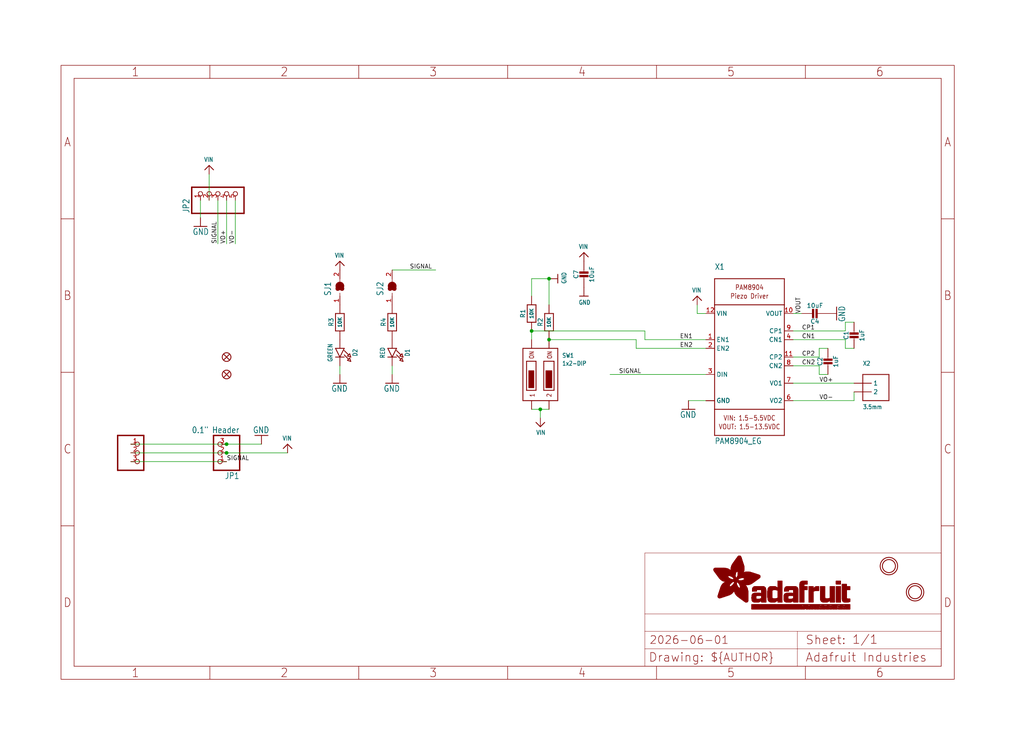
<source format=kicad_sch>
(kicad_sch (version 20230121) (generator eeschema)
  (paper "User" 298.45 217.322)
  (lib_symbols
    (symbol "working-eagle-import:CAP_CERAMIC0603_NO"
      (property "Reference" "C" (at -2.29 1.25 90))
      (symbol "CAP_CERAMIC0603_NO_1_0"
        (pin passive line (at 0 5.08 270) (length 2.54) (name "1") (number "1"))
        (pin passive line (at 0 -2.54 90) (length 2.54) (name "2") (number "2"))
      )
    )
    (symbol "working-eagle-import:CAP_CERAMIC0805-NOOUTLINE"
      (property "Reference" "C" (at -2.29 1.25 90))
      (symbol "CAP_CERAMIC0805-NOOUTLINE_1_0"
        (pin passive line (at 0 5.08 270) (length 2.54) (name "1") (number "1"))
        (pin passive line (at 0 -2.54 90) (length 2.54) (name "2") (number "2"))
      )
    )
    (symbol "working-eagle-import:CON_JST_PH_3PIN"
      (symbol "CON_JST_PH_3PIN_1_0"
        (pin passive inverted (at -2.54 2.54 0) (length 2.54) (name "1") (number "1"))
        (pin passive inverted (at -2.54 0 0) (length 2.54) (name "2") (number "2"))
        (pin passive inverted (at -2.54 -2.54 0) (length 2.54) (name "3") (number "3"))
      )
      (symbol "CON_JST_PH_3PIN_2_0"
        (pin bidirectional line (at 0 0 0) (length 5.08) (name "MT") (number "NC1"))
      )
      (symbol "CON_JST_PH_3PIN_3_0"
        (pin bidirectional line (at 0 0 0) (length 5.08) (name "MT") (number "NC2"))
      )
    )
    (symbol "working-eagle-import:DIPSWITCH_2PIN"
      (property "Reference" "SW" (at 6.35 4.826 0))
      (symbol "DIPSWITCH_2PIN_1_0"
        (text "1" (at -3.08 -5.434 900) (effects (font (size 1.27 1.0795)) (justify right top)))
        (text "2" (at 1.83 -5.434 900) (effects (font (size 1.27 1.0795)) (justify right top)))
        (text "ON" (at -3.25 6.934 900) (effects (font (size 1.27 1.0795)) (justify right top)))
        (text "ON" (at 2 6.934 900) (effects (font (size 1.27 1.0795)) (justify right top)))
        (pin bidirectional line (at -2.54 -10.16 90) (length 2.54) (name "1OFF") (number "1OFF"))
        (pin bidirectional line (at -2.54 10.16 270) (length 2.54) (name "1ON") (number "1ON"))
        (pin bidirectional line (at 2.54 -10.16 90) (length 2.54) (name "2OFF") (number "2OFF"))
        (pin bidirectional line (at 2.54 10.16 270) (length 2.54) (name "2ON") (number "2ON"))
      )
    )
    (symbol "working-eagle-import:FIDUCIAL_1MM")
    (symbol "working-eagle-import:FRAME_A4_ADAFRUIT"
      (symbol "FRAME_A4_ADAFRUIT_1_0"
        (text "${#}/${##}" (at 230.505 10.16 0) (effects (font (size 2.54 2.54)) (justify left bottom)))
        (text "${AUTHOR}" (at 189.23 5.08 0) (effects (font (size 2.286 2.286)) (justify left bottom)))
        (text "${CURRENT_DATE}" (at 171.45 10.16 0) (effects (font (size 2.286 2.286)) (justify left bottom)))
        (text "${PROJECTNAME}" (at 171.45 15.24 0) (effects (font (size 2.54 2.54)) (justify left bottom)))
        (text "1" (at 21.6958 1.905 0) (effects (font (size 2.54 2.286))))
        (text "1" (at 21.6958 177.165 0) (effects (font (size 2.54 2.286))))
        (text "2" (at 65.0875 1.905 0) (effects (font (size 2.54 2.286))))
        (text "2" (at 65.0875 177.165 0) (effects (font (size 2.54 2.286))))
        (text "3" (at 108.4792 1.905 0) (effects (font (size 2.54 2.286))))
        (text "3" (at 108.4792 177.165 0) (effects (font (size 2.54 2.286))))
        (text "4" (at 151.8708 1.905 0) (effects (font (size 2.54 2.286))))
        (text "4" (at 151.8708 177.165 0) (effects (font (size 2.54 2.286))))
        (text "5" (at 195.2625 1.905 0) (effects (font (size 2.54 2.286))))
        (text "5" (at 195.2625 177.165 0) (effects (font (size 2.54 2.286))))
        (text "6" (at 238.6542 1.905 0) (effects (font (size 2.54 2.286))))
        (text "6" (at 238.6542 177.165 0) (effects (font (size 2.54 2.286))))
        (text "A" (at 1.905 156.6863 0) (effects (font (size 2.54 2.286))))
        (text "A" (at 258.445 156.6863 0) (effects (font (size 2.54 2.286))))
        (text "Adafruit Industries" (at 216.916 4.953 0) (effects (font (size 2.54 2.54)) (justify left bottom)))
        (text "B" (at 1.905 111.9188 0) (effects (font (size 2.54 2.286))))
        (text "B" (at 258.445 111.9188 0) (effects (font (size 2.54 2.286))))
        (text "C" (at 1.905 67.1513 0) (effects (font (size 2.54 2.286))))
        (text "C" (at 258.445 67.1513 0) (effects (font (size 2.54 2.286))))
        (text "D" (at 1.905 22.3838 0) (effects (font (size 2.54 2.286))))
        (text "D" (at 258.445 22.3838 0) (effects (font (size 2.54 2.286))))
        (text "Drawing:" (at 171.196 4.953 0) (effects (font (size 2.54 2.54)) (justify left bottom)))
        (text "Sheet:" (at 216.916 10.033 0) (effects (font (size 2.54 2.54)) (justify left bottom)))
      )
    )
    (symbol "working-eagle-import:GND" (power)
      (property "Value" "GND" (at -2.54 -2.54 0))
      (symbol "GND_1_0"
        (pin power_in line (at 0 2.54 270) (length 2.54) (name "GND") (number "1"))
      )
    )
    (symbol "working-eagle-import:HEADER-1X3"
      (property "Reference" "JP" (at -6.35 5.715 0))
      (symbol "HEADER-1X3_1_0"
        (pin passive inverted (at -2.54 2.54 0) (length 2.54) (name "1") (number "1"))
        (pin passive inverted (at -2.54 0 0) (length 2.54) (name "2") (number "2"))
        (pin passive inverted (at -2.54 -2.54 0) (length 2.54) (name "3") (number "3"))
      )
    )
    (symbol "working-eagle-import:HEADER-1X570MIL"
      (property "Reference" "JP" (at -6.35 8.255 0))
      (symbol "HEADER-1X570MIL_1_0"
        (pin passive inverted (at -2.54 5.08 0) (length 2.54) (name "1") (number "1"))
        (pin passive inverted (at -2.54 2.54 0) (length 2.54) (name "2") (number "2"))
        (pin passive inverted (at -2.54 0 0) (length 2.54) (name "3") (number "3"))
        (pin passive inverted (at -2.54 -2.54 0) (length 2.54) (name "4") (number "4"))
        (pin passive inverted (at -2.54 -5.08 0) (length 2.54) (name "5") (number "5"))
      )
    )
    (symbol "working-eagle-import:LED0603_NOOUTLINE"
      (property "Reference" "D" (at -1.27 4.445 0))
      (symbol "LED0603_NOOUTLINE_1_0"
        (pin passive line (at -5.08 0 0) (length 2.54) (name "A") (number "A"))
        (pin passive line (at 2.54 0 180) (length 2.54) (name "C") (number "C"))
      )
    )
    (symbol "working-eagle-import:MOUNTINGHOLE2.5")
    (symbol "working-eagle-import:PAM8904_EG"
      (property "Reference" "X" (at -10.16 27.94 0))
      (symbol "PAM8904_EG_1_0"
        (text "PAM8904" (at 0 22.86 0) (effects (font (size 1.4224 1.209))))
        (text "Piezo Driver" (at 0 20.32 0) (effects (font (size 1.4224 1.209))))
        (text "VIN: 1.5-5.5VDC" (at 0 -15.24 0) (effects (font (size 1.4224 1.209))))
        (text "VOUT: 1.5-13.5VDC" (at 0 -17.78 0) (effects (font (size 1.4224 1.209))))
        (pin input line (at -12.7 7.62 0) (length 2.54) (name "EN1") (number "1"))
        (pin output line (at 12.7 15.24 180) (length 2.54) (name "VOUT") (number "10"))
        (pin output line (at 12.7 2.54 180) (length 2.54) (name "CP2") (number "11"))
        (pin power_in line (at -12.7 15.24 0) (length 2.54) (name "VIN") (number "12"))
        (pin input line (at -12.7 5.08 0) (length 2.54) (name "EN2") (number "2"))
        (pin input line (at -12.7 -2.54 0) (length 2.54) (name "DIN") (number "3"))
        (pin output line (at 12.7 7.62 180) (length 2.54) (name "CN1") (number "4"))
        (pin power_in line (at -12.7 -10.16 0) (length 2.54) (name "GND") (number "5"))
        (pin output line (at 12.7 -10.16 180) (length 2.54) (name "VO2") (number "6"))
        (pin output line (at 12.7 -5.08 180) (length 2.54) (name "VO1") (number "7"))
        (pin output line (at 12.7 0 180) (length 2.54) (name "CN2") (number "8"))
        (pin output line (at 12.7 10.16 180) (length 2.54) (name "CP1") (number "9"))
        (pin power_in line (at -12.7 -10.16 0) (length 2.54) (name "GND") (number "MT"))
      )
    )
    (symbol "working-eagle-import:RESISTOR_0603_NOOUT"
      (property "Reference" "R" (at 0 2.54 0))
      (symbol "RESISTOR_0603_NOOUT_1_0"
        (pin passive line (at -5.08 0 0) (length 2.54) (name "1") (number "1"))
        (pin passive line (at 5.08 0 180) (length 2.54) (name "2") (number "2"))
      )
    )
    (symbol "working-eagle-import:SOLDERJUMPER_CLOSED"
      (property "Reference" "SJ" (at -2.54 2.54 0))
      (symbol "SOLDERJUMPER_CLOSED_1_0"
        (pin passive line (at -5.08 0 0) (length 2.54) (name "1") (number "1"))
        (pin passive line (at 5.08 0 180) (length 2.54) (name "2") (number "2"))
      )
    )
    (symbol "working-eagle-import:TERMBLOCK_1X2_3.5MM"
      (property "Reference" "X" (at -2.54 7.62 0))
      (symbol "TERMBLOCK_1X2_3.5MM_1_0"
        (pin passive line (at -5.08 2.54 0) (length 5.08) (name "1") (number "1"))
        (pin passive line (at -5.08 0 0) (length 5.08) (name "2") (number "2"))
      )
    )
    (symbol "working-eagle-import:VIN" (power)
      (property "Value" "VIN" (at -1.524 1.016 0))
      (symbol "VIN_1_0"
        (pin power_in line (at 0 -2.54 90) (length 2.54) (name "VIN") (number "1"))
      )
    )
    (symbol "working-eagle-import:microbuilder_GND" (power)
      (property "Value" "microbuilder_GND" (at -1.524 -2.54 0))
      (symbol "microbuilder_GND_1_0"
        (pin power_in line (at 0 2.54 270) (length 2.54) (name "GND") (number "1"))
      )
    )
  )
  (junction (at 157.48 119.38))
  (junction (at 160.02 81.28))
  (junction (at 160.02 99.06))
  (junction (at 154.94 96.52))
  (junction (at 66.04 129.54))
  (junction (at 66.04 132.08))
  (wire (pts (xy 203.2 91.44) (xy 203.2 88.9)) (stroke (width 0.1524)))
  (wire (pts (xy 38.1 129.54) (xy 66.04 129.54)) (stroke (width 0.1524)))
  (wire (pts (xy 154.94 86.36) (xy 154.94 81.28)) (stroke (width 0.1524)))
  (wire (pts (xy 157.48 119.38) (xy 160.02 119.38)) (stroke (width 0.1524)))
  (wire (pts (xy 246.38 99.06) (xy 246.38 101.6)) (stroke (width 0.1524)))
  (wire (pts (xy 241.3 101.6) (xy 238.76 101.6)) (stroke (width 0.1524)))
  (wire (pts (xy 187.96 96.52) (xy 187.96 99.06)) (stroke (width 0.1524)))
  (wire (pts (xy 205.74 116.84) (xy 200.66 116.84)) (stroke (width 0.1524)))
  (wire (pts (xy 68.58 58.42) (xy 68.58 71.12)) (stroke (width 0.1524)))
  (wire (pts (xy 205.74 91.44) (xy 203.2 91.44)) (stroke (width 0.1524)))
  (wire (pts (xy 154.94 81.28) (xy 160.02 81.28)) (stroke (width 0.1524)))
  (wire (pts (xy 238.76 106.68) (xy 238.76 109.22)) (stroke (width 0.1524)))
  (wire (pts (xy 99.06 109.22) (xy 99.06 106.68)) (stroke (width 0.1524)))
  (wire (pts (xy 154.94 96.52) (xy 187.96 96.52)) (stroke (width 0.1524)))
  (wire (pts (xy 38.1 134.62) (xy 66.04 134.62)) (stroke (width 0.1524)))
  (wire (pts (xy 205.74 101.6) (xy 185.42 101.6)) (stroke (width 0.1524)))
  (wire (pts (xy 231.14 111.76) (xy 248.92 111.76)) (stroke (width 0.1524)))
  (wire (pts (xy 231.14 116.84) (xy 248.92 116.84)) (stroke (width 0.1524)))
  (wire (pts (xy 114.3 109.22) (xy 114.3 106.68)) (stroke (width 0.1524)))
  (wire (pts (xy 58.42 63.5) (xy 58.42 58.42)) (stroke (width 0.1524)))
  (wire (pts (xy 60.96 58.42) (xy 60.96 50.8)) (stroke (width 0.1524)))
  (wire (pts (xy 238.76 104.14) (xy 231.14 104.14)) (stroke (width 0.1524)))
  (wire (pts (xy 63.5 58.42) (xy 63.5 71.12)) (stroke (width 0.1524)))
  (wire (pts (xy 205.74 109.22) (xy 177.8 109.22)) (stroke (width 0.1524)))
  (wire (pts (xy 160.02 81.28) (xy 160.02 88.9)) (stroke (width 0.1524)))
  (wire (pts (xy 83.82 132.08) (xy 66.04 132.08)) (stroke (width 0.1524)))
  (wire (pts (xy 157.48 119.38) (xy 157.48 121.92)) (stroke (width 0.1524)))
  (wire (pts (xy 154.94 119.38) (xy 157.48 119.38)) (stroke (width 0.1524)))
  (wire (pts (xy 66.04 132.08) (xy 38.1 132.08)) (stroke (width 0.1524)))
  (wire (pts (xy 185.42 101.6) (xy 185.42 99.06)) (stroke (width 0.1524)))
  (wire (pts (xy 231.14 96.52) (xy 246.38 96.52)) (stroke (width 0.1524)))
  (wire (pts (xy 238.76 109.22) (xy 241.3 109.22)) (stroke (width 0.1524)))
  (wire (pts (xy 185.42 99.06) (xy 160.02 99.06)) (stroke (width 0.1524)))
  (wire (pts (xy 231.14 99.06) (xy 246.38 99.06)) (stroke (width 0.1524)))
  (wire (pts (xy 154.94 99.06) (xy 154.94 96.52)) (stroke (width 0.1524)))
  (wire (pts (xy 246.38 93.98) (xy 248.92 93.98)) (stroke (width 0.1524)))
  (wire (pts (xy 66.04 58.42) (xy 66.04 71.12)) (stroke (width 0.1524)))
  (wire (pts (xy 246.38 96.52) (xy 246.38 93.98)) (stroke (width 0.1524)))
  (wire (pts (xy 76.2 129.54) (xy 66.04 129.54)) (stroke (width 0.1524)))
  (wire (pts (xy 238.76 101.6) (xy 238.76 104.14)) (stroke (width 0.1524)))
  (wire (pts (xy 248.92 116.84) (xy 248.92 114.3)) (stroke (width 0.1524)))
  (wire (pts (xy 187.96 99.06) (xy 205.74 99.06)) (stroke (width 0.1524)))
  (wire (pts (xy 246.38 101.6) (xy 248.92 101.6)) (stroke (width 0.1524)))
  (wire (pts (xy 233.68 91.44) (xy 231.14 91.44)) (stroke (width 0.1524)))
  (wire (pts (xy 231.14 106.68) (xy 238.76 106.68)) (stroke (width 0.1524)))
  (wire (pts (xy 114.3 78.74) (xy 127 78.74)) (stroke (width 0.1524)))
  (label "EN2" (at 198.12 101.6 0) (effects (font (size 1.2446 1.2446))))
  (label "CP2" (at 233.68 104.14 0) (effects (font (size 1.2446 1.2446))))
  (label "VO-" (at 238.76 116.84 0) (effects (font (size 1.2446 1.2446))))
  (label "CN2" (at 233.68 106.68 0) (effects (font (size 1.2446 1.2446))))
  (label "CN1" (at 233.68 99.06 0) (effects (font (size 1.2446 1.2446))))
  (label "SIGNAL" (at 63.5 71.12 90) (effects (font (size 1.2446 1.2446))))
  (label "SIGNAL" (at 66.04 134.62 0) (effects (font (size 1.2446 1.2446))))
  (label "VO+" (at 238.76 111.76 0) (effects (font (size 1.2446 1.2446))))
  (label "VO+" (at 66.04 71.12 90) (effects (font (size 1.2446 1.2446))))
  (label "EN1" (at 198.12 99.06 0) (effects (font (size 1.2446 1.2446))))
  (label "VO-" (at 68.58 71.12 90) (effects (font (size 1.2446 1.2446))))
  (label "CP1" (at 233.68 96.52 0) (effects (font (size 1.2446 1.2446))))
  (label "SIGNAL" (at 119.38 78.74 0) (effects (font (size 1.2446 1.2446))))
  (label "SIGNAL" (at 180.34 109.22 0) (effects (font (size 1.2446 1.2446))))
  (label "VOUT" (at 233.68 91.44 90) (effects (font (size 1.2446 1.2446))))
  (symbol (lib_id "working-eagle-import:SOLDERJUMPER_CLOSED") (at 99.06 83.82 90) (unit 1)
    (property "Reference" "SJ1" (at 96.52 86.36 0) (effects (font (size 1.778 1.5113)) (justify left bottom)))
    (property "Value" "SOLDERJUMPER_CLOSED" (effects hide))
    (property "Footprint" "working:SOLDERJUMPER_CLOSEDWIRE" (effects hide))
  )
  (symbol (lib_id "working-eagle-import:VIN") (at 83.82 129.54 0) (unit 1)
    (property "Reference" "#U$6" (effects hide))
    (property "Value" "VIN" (at 82.296 128.524 0) (effects (font (size 1.27 1.0795)) (justify left bottom)))
  )
  (symbol (lib_id "working-eagle-import:DIPSWITCH_2PIN") (at 157.48 109.22 0) (unit 1)
    (property "Reference" "SW1" (at 163.83 104.394 0) (effects (font (size 1.27 1.0795)) (justify left bottom)))
    (property "Value" "1x2-DIP" (at 163.83 106.68 0) (effects (font (size 1.27 1.0795)) (justify left bottom)))
    (property "Footprint" "working:DIPSWITCH_2PIN" (effects hide))
  )
  (symbol (lib_id "working-eagle-import:microbuilder_GND") (at 162.56 81.28 90) (unit 1)
    (property "Reference" "#U$7" (effects hide))
    (property "Value" "GND" (at 165.1 82.804 0) (effects (font (size 1.27 1.0795)) (justify left bottom)))
  )
  (symbol (lib_id "working-eagle-import:SOLDERJUMPER_CLOSED") (at 114.3 83.82 90) (unit 1)
    (property "Reference" "SJ2" (at 111.76 86.36 0) (effects (font (size 1.778 1.5113)) (justify left bottom)))
    (property "Value" "SOLDERJUMPER_CLOSED" (effects hide))
    (property "Footprint" "working:SOLDERJUMPER_CLOSEDWIRE" (effects hide))
  )
  (symbol (lib_id "working-eagle-import:VIN") (at 170.18 73.66 0) (unit 1)
    (property "Reference" "#U$20" (effects hide))
    (property "Value" "VIN" (at 168.656 72.644 0) (effects (font (size 1.27 1.0795)) (justify left bottom)))
  )
  (symbol (lib_id "working-eagle-import:GND") (at 243.84 91.44 90) (unit 1)
    (property "Reference" "#GND2" (effects hide))
    (property "Value" "GND" (at 246.38 93.98 0) (effects (font (size 1.778 1.5113)) (justify left bottom)))
  )
  (symbol (lib_id "working-eagle-import:TERMBLOCK_1X2_3.5MM") (at 254 114.3 0) (unit 1)
    (property "Reference" "X2" (at 251.46 106.68 0) (effects (font (size 1.27 1.0795)) (justify left bottom)))
    (property "Value" "3.5mm" (at 251.46 119.38 0) (effects (font (size 1.27 1.0795)) (justify left bottom)))
    (property "Footprint" "working:TERMBLOCK_1X2-3.5MM" (effects hide))
  )
  (symbol (lib_id "working-eagle-import:CON_JST_PH_3PIN") (at 40.64 132.08 0) (unit 1)
    (property "Reference" "X4" (effects hide))
    (property "Value" "JST PH 3" (effects hide))
    (property "Footprint" "working:JSTPH3" (effects hide))
  )
  (symbol (lib_id "working-eagle-import:VIN") (at 99.06 76.2 0) (unit 1)
    (property "Reference" "#U$2" (effects hide))
    (property "Value" "VIN" (at 97.536 75.184 0) (effects (font (size 1.27 1.0795)) (justify left bottom)))
  )
  (symbol (lib_id "working-eagle-import:GND") (at 76.2 127 0) (mirror x) (unit 1)
    (property "Reference" "#GND3" (effects hide))
    (property "Value" "GND" (at 73.66 124.46 0) (effects (font (size 1.778 1.5113)) (justify left bottom)))
  )
  (symbol (lib_id "working-eagle-import:HEADER-1X570MIL") (at 63.5 55.88 90) (unit 1)
    (property "Reference" "JP2" (at 55.245 62.23 0) (effects (font (size 1.778 1.5113)) (justify left bottom)))
    (property "Value" "HEADER-1X570MIL" (effects hide))
    (property "Footprint" "working:1X05_ROUND_70" (effects hide))
  )
  (symbol (lib_id "working-eagle-import:LED0603_NOOUTLINE") (at 99.06 104.14 270) (unit 1)
    (property "Reference" "D2" (at 103.505 102.87 0) (effects (font (size 1.27 1.0795))))
    (property "Value" "GREEN" (at 96.266 102.87 0) (effects (font (size 1.27 1.0795))))
    (property "Footprint" "working:CHIPLED_0603_NOOUTLINE" (effects hide))
  )
  (symbol (lib_id "working-eagle-import:CAP_CERAMIC0805-NOOUTLINE") (at 170.18 81.28 0) (unit 1)
    (property "Reference" "C7" (at 167.89 80.03 90))
    (property "Value" "10uF" (at 172.48 80.03 90))
    (property "Footprint" "working:0805-NO" (effects hide))
  )
  (symbol (lib_id "working-eagle-import:MOUNTINGHOLE2.5") (at 266.7 172.72 0) (unit 1)
    (property "Reference" "U$1" (effects hide))
    (property "Value" "MOUNTINGHOLE2.5" (effects hide))
    (property "Footprint" "working:MOUNTINGHOLE_2.5_PLATED" (effects hide))
  )
  (symbol (lib_id "working-eagle-import:RESISTOR_0603_NOOUT") (at 154.94 91.44 90) (unit 1)
    (property "Reference" "R1" (at 152.4 91.44 0))
    (property "Value" "10K" (at 154.94 91.44 0) (effects (font (size 1.016 1.016) bold)))
    (property "Footprint" "working:0603-NO" (effects hide))
  )
  (symbol (lib_id "working-eagle-import:CAP_CERAMIC0603_NO") (at 241.3 106.68 0) (unit 1)
    (property "Reference" "C2" (at 239.01 105.43 90))
    (property "Value" "1uF" (at 243.6 105.43 90))
    (property "Footprint" "working:0603-NO" (effects hide))
  )
  (symbol (lib_id "working-eagle-import:PAM8904_EG") (at 218.44 106.68 0) (unit 1)
    (property "Reference" "X1" (at 208.28 78.74 0) (effects (font (size 1.6764 1.4249)) (justify left bottom)))
    (property "Value" "PAM8904_EG" (at 208.28 129.54 0) (effects (font (size 1.6764 1.4249)) (justify left bottom)))
    (property "Footprint" "working:QFN12-2MM" (effects hide))
  )
  (symbol (lib_id "working-eagle-import:FRAME_A4_ADAFRUIT") (at 17.78 198.12 0) (unit 1)
    (property "Reference" "#U$4" (effects hide))
    (property "Value" "FRAME_A4_ADAFRUIT" (effects hide))
  )
  (symbol (lib_id "working-eagle-import:RESISTOR_0603_NOOUT") (at 99.06 93.98 90) (unit 1)
    (property "Reference" "R3" (at 96.52 93.98 0))
    (property "Value" "10K" (at 99.06 93.98 0) (effects (font (size 1.016 1.016) bold)))
    (property "Footprint" "working:0603-NO" (effects hide))
  )
  (symbol (lib_id "working-eagle-import:VIN") (at 60.96 48.26 0) (unit 1)
    (property "Reference" "#U$10" (effects hide))
    (property "Value" "VIN" (at 59.436 47.244 0) (effects (font (size 1.27 1.0795)) (justify left bottom)))
  )
  (symbol (lib_id "working-eagle-import:VIN") (at 203.2 86.36 0) (unit 1)
    (property "Reference" "#U$11" (effects hide))
    (property "Value" "VIN" (at 201.676 85.344 0) (effects (font (size 1.27 1.0795)) (justify left bottom)))
  )
  (symbol (lib_id "working-eagle-import:VIN") (at 157.48 124.46 180) (unit 1)
    (property "Reference" "#U$3" (effects hide))
    (property "Value" "VIN" (at 159.004 125.476 0) (effects (font (size 1.27 1.0795)) (justify left bottom)))
  )
  (symbol (lib_id "working-eagle-import:GND") (at 99.06 111.76 0) (unit 1)
    (property "Reference" "#GND4" (effects hide))
    (property "Value" "GND" (at 96.52 114.3 0) (effects (font (size 1.778 1.5113)) (justify left bottom)))
  )
  (symbol (lib_id "working-eagle-import:microbuilder_GND") (at 170.18 86.36 0) (unit 1)
    (property "Reference" "#U$17" (effects hide))
    (property "Value" "GND" (at 168.656 88.9 0) (effects (font (size 1.27 1.0795)) (justify left bottom)))
  )
  (symbol (lib_id "working-eagle-import:GND") (at 200.66 119.38 0) (unit 1)
    (property "Reference" "#GND1" (effects hide))
    (property "Value" "GND" (at 198.12 121.92 0) (effects (font (size 1.778 1.5113)) (justify left bottom)))
  )
  (symbol (lib_id "working-eagle-import:LED0603_NOOUTLINE") (at 114.3 104.14 270) (unit 1)
    (property "Reference" "D1" (at 118.745 102.87 0) (effects (font (size 1.27 1.0795))))
    (property "Value" "RED" (at 111.506 102.87 0) (effects (font (size 1.27 1.0795))))
    (property "Footprint" "working:CHIPLED_0603_NOOUTLINE" (effects hide))
  )
  (symbol (lib_id "working-eagle-import:FIDUCIAL_1MM") (at 66.04 104.14 0) (unit 1)
    (property "Reference" "FID3" (effects hide))
    (property "Value" "FIDUCIAL_1MM" (effects hide))
    (property "Footprint" "working:FIDUCIAL_1MM" (effects hide))
  )
  (symbol (lib_id "working-eagle-import:CAP_CERAMIC0603_NO") (at 248.92 99.06 0) (unit 1)
    (property "Reference" "C1" (at 246.63 97.81 90))
    (property "Value" "1uF" (at 251.22 97.81 90))
    (property "Footprint" "working:0603-NO" (effects hide))
  )
  (symbol (lib_id "working-eagle-import:GND") (at 114.3 111.76 0) (unit 1)
    (property "Reference" "#GND8" (effects hide))
    (property "Value" "GND" (at 111.76 114.3 0) (effects (font (size 1.778 1.5113)) (justify left bottom)))
  )
  (symbol (lib_id "working-eagle-import:CAP_CERAMIC0805-NOOUTLINE") (at 238.76 91.44 90) (unit 1)
    (property "Reference" "C4" (at 237.51 93.73 90))
    (property "Value" "10uF" (at 237.51 89.14 90))
    (property "Footprint" "working:0805-NO" (effects hide))
  )
  (symbol (lib_id "working-eagle-import:MOUNTINGHOLE2.5") (at 259.08 165.1 0) (unit 1)
    (property "Reference" "U$8" (effects hide))
    (property "Value" "MOUNTINGHOLE2.5" (effects hide))
    (property "Footprint" "working:MOUNTINGHOLE_2.5_PLATED" (effects hide))
  )
  (symbol (lib_id "working-eagle-import:RESISTOR_0603_NOOUT") (at 114.3 93.98 90) (unit 1)
    (property "Reference" "R4" (at 111.76 93.98 0))
    (property "Value" "10K" (at 114.3 93.98 0) (effects (font (size 1.016 1.016) bold)))
    (property "Footprint" "working:0603-NO" (effects hide))
  )
  (symbol (lib_id "working-eagle-import:FIDUCIAL_1MM") (at 66.04 109.22 0) (unit 1)
    (property "Reference" "FID2" (effects hide))
    (property "Value" "FIDUCIAL_1MM" (effects hide))
    (property "Footprint" "working:FIDUCIAL_1MM" (effects hide))
  )
  (symbol (lib_id "working-eagle-import:RESISTOR_0603_NOOUT") (at 160.02 93.98 90) (unit 1)
    (property "Reference" "R2" (at 157.48 93.98 0))
    (property "Value" "10K" (at 160.02 93.98 0) (effects (font (size 1.016 1.016) bold)))
    (property "Footprint" "working:0603-NO" (effects hide))
  )
  (symbol (lib_id "working-eagle-import:GND") (at 58.42 66.04 0) (mirror y) (unit 1)
    (property "Reference" "#GND7" (effects hide))
    (property "Value" "GND" (at 60.96 68.58 0) (effects (font (size 1.778 1.5113)) (justify left bottom)))
  )
  (symbol (lib_id "working-eagle-import:HEADER-1X3") (at 63.5 132.08 180) (unit 1)
    (property "Reference" "JP1" (at 69.85 137.795 0) (effects (font (size 1.778 1.5113)) (justify left bottom)))
    (property "Value" "0.1\" Header" (at 69.85 124.46 0) (effects (font (size 1.778 1.5113)) (justify left bottom)))
    (property "Footprint" "working:1X03_OVAL" (effects hide))
  )
)
</source>
